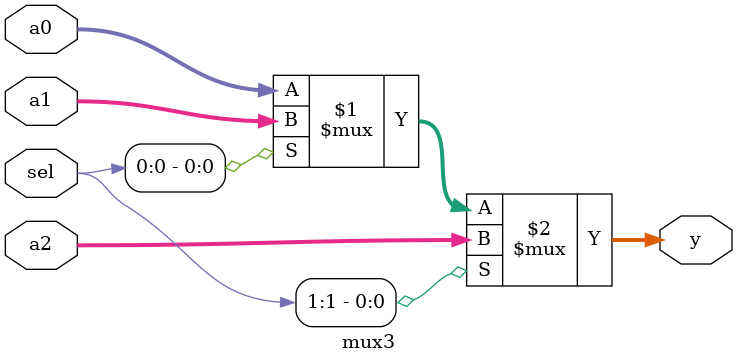
<source format=v>
module mux3 (a0, a1, a2, sel,y);
 input [31:0] a0, a1, a2;
 input [1:0] sel;
 output [31:0] y;
 
	assign y = sel[1] ? a2 : (sel[0] ? a1 : a0);
	
	
//	00 y = a0;
//	01 y = a1;
//	1x y =  a2;
endmodule
</source>
